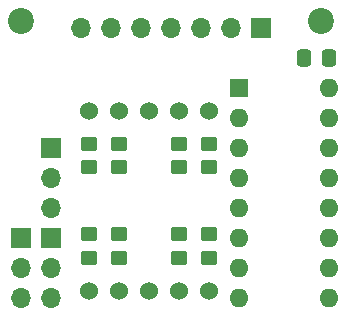
<source format=gbr>
%TF.GenerationSoftware,KiCad,Pcbnew,7.0.8-7.0.8~ubuntu23.04.1*%
%TF.CreationDate,2023-10-03T20:58:01+04:00*%
%TF.ProjectId,7segment_breakout,37736567-6d65-46e7-945f-627265616b6f,rev?*%
%TF.SameCoordinates,Original*%
%TF.FileFunction,Soldermask,Bot*%
%TF.FilePolarity,Negative*%
%FSLAX46Y46*%
G04 Gerber Fmt 4.6, Leading zero omitted, Abs format (unit mm)*
G04 Created by KiCad (PCBNEW 7.0.8-7.0.8~ubuntu23.04.1) date 2023-10-03 20:58:01*
%MOMM*%
%LPD*%
G01*
G04 APERTURE LIST*
G04 Aperture macros list*
%AMRoundRect*
0 Rectangle with rounded corners*
0 $1 Rounding radius*
0 $2 $3 $4 $5 $6 $7 $8 $9 X,Y pos of 4 corners*
0 Add a 4 corners polygon primitive as box body*
4,1,4,$2,$3,$4,$5,$6,$7,$8,$9,$2,$3,0*
0 Add four circle primitives for the rounded corners*
1,1,$1+$1,$2,$3*
1,1,$1+$1,$4,$5*
1,1,$1+$1,$6,$7*
1,1,$1+$1,$8,$9*
0 Add four rect primitives between the rounded corners*
20,1,$1+$1,$2,$3,$4,$5,0*
20,1,$1+$1,$4,$5,$6,$7,0*
20,1,$1+$1,$6,$7,$8,$9,0*
20,1,$1+$1,$8,$9,$2,$3,0*%
G04 Aperture macros list end*
%ADD10R,1.600000X1.600000*%
%ADD11O,1.600000X1.600000*%
%ADD12C,2.200000*%
%ADD13R,1.700000X1.700000*%
%ADD14O,1.700000X1.700000*%
%ADD15C,1.524000*%
%ADD16RoundRect,0.250000X-0.450000X0.350000X-0.450000X-0.350000X0.450000X-0.350000X0.450000X0.350000X0*%
%ADD17RoundRect,0.250000X0.337500X0.475000X-0.337500X0.475000X-0.337500X-0.475000X0.337500X-0.475000X0*%
%ADD18RoundRect,0.250000X0.450000X-0.350000X0.450000X0.350000X-0.450000X0.350000X-0.450000X-0.350000X0*%
G04 APERTURE END LIST*
D10*
%TO.C,U1*%
X146685000Y-82550000D03*
D11*
X146685000Y-85090000D03*
X146685000Y-87630000D03*
X146685000Y-90170000D03*
X146685000Y-92710000D03*
X146685000Y-95250000D03*
X146685000Y-97790000D03*
X146685000Y-100330000D03*
X154305000Y-100330000D03*
X154305000Y-97790000D03*
X154305000Y-95250000D03*
X154305000Y-92710000D03*
X154305000Y-90170000D03*
X154305000Y-87630000D03*
X154305000Y-85090000D03*
X154305000Y-82550000D03*
%TD*%
D12*
%TO.C,H2*%
X153670000Y-76835000D03*
%TD*%
%TO.C,H1*%
X128270000Y-76835000D03*
%TD*%
D13*
%TO.C,J4*%
X130810000Y-95265000D03*
D14*
X130810000Y-97805000D03*
X130810000Y-100345000D03*
%TD*%
D13*
%TO.C,J3*%
X128270000Y-95265000D03*
D14*
X128270000Y-97805000D03*
X128270000Y-100345000D03*
%TD*%
D15*
%TO.C,U2*%
X133985000Y-99695000D03*
X136525000Y-99695000D03*
X139065000Y-99695000D03*
X141605000Y-99695000D03*
X144145000Y-99695000D03*
X144145000Y-84455000D03*
X141605000Y-84455000D03*
X139065000Y-84455000D03*
X136525000Y-84455000D03*
X133985000Y-84455000D03*
%TD*%
D13*
%TO.C,J2*%
X130810000Y-87645000D03*
D14*
X130810000Y-90185000D03*
X130810000Y-92725000D03*
%TD*%
D13*
%TO.C,J5*%
X148595000Y-77470000D03*
D14*
X146055000Y-77470000D03*
X143515000Y-77470000D03*
X140975000Y-77470000D03*
X138435000Y-77470000D03*
X135895000Y-77470000D03*
X133355000Y-77470000D03*
%TD*%
D16*
%TO.C,R8*%
X144145000Y-94885000D03*
X144145000Y-96885000D03*
%TD*%
%TO.C,R4*%
X136525000Y-94885000D03*
X136525000Y-96885000D03*
%TD*%
D17*
%TO.C,C1*%
X154326500Y-80010000D03*
X152251500Y-80010000D03*
%TD*%
D18*
%TO.C,R6*%
X136525000Y-89249000D03*
X136525000Y-87249000D03*
%TD*%
%TO.C,R1*%
X141605000Y-89249000D03*
X141605000Y-87249000D03*
%TD*%
D16*
%TO.C,R3*%
X141605000Y-94885000D03*
X141605000Y-96885000D03*
%TD*%
%TO.C,R5*%
X133985000Y-94885000D03*
X133985000Y-96885000D03*
%TD*%
D18*
%TO.C,R7*%
X133985000Y-89249000D03*
X133985000Y-87249000D03*
%TD*%
%TO.C,R2*%
X144145000Y-89249000D03*
X144145000Y-87249000D03*
%TD*%
M02*

</source>
